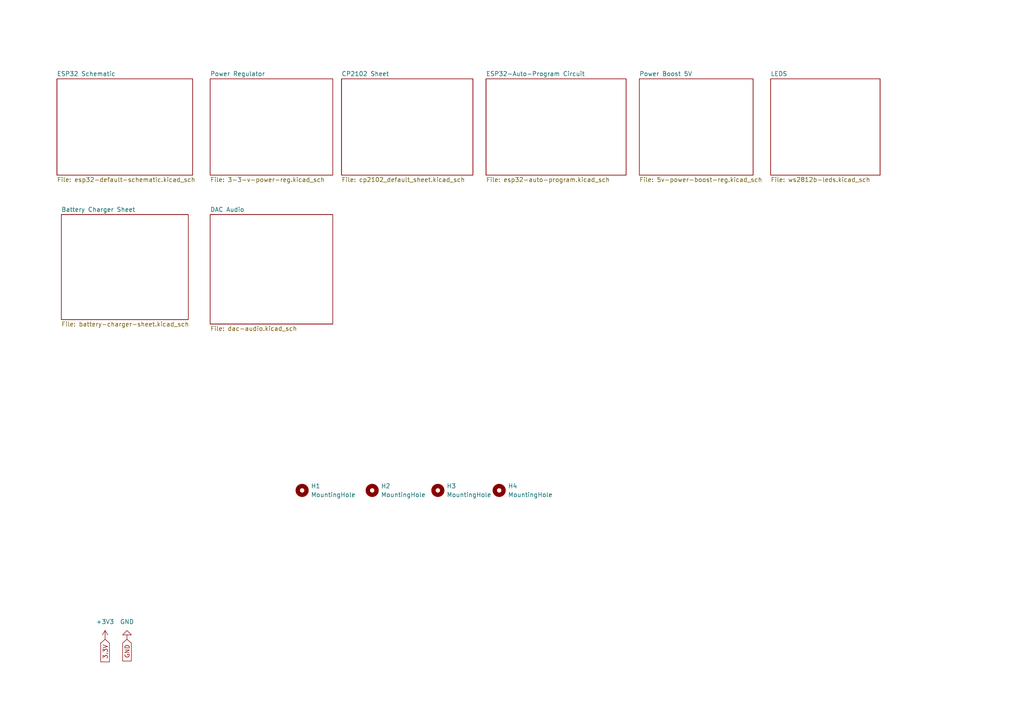
<source format=kicad_sch>
(kicad_sch (version 20211123) (generator eeschema)
  (paper "A4")
  (lib_symbols
    (symbol "Mechanical:MountingHole" (pin_names (offset 1.016))
      (property "Reference" "H" (at 0 5.08 0))
      (property "Value" "MountingHole" (at 0 3.175 0))
      (symbol "MountingHole_0_1"
        (circle (center 0 0) (radius 1.27) (stroke (width 1.27)))
      )
    )
    (symbol "power:+3.3V" (power) (pin_names (offset 0))
      (property "Value" "+3.3V" (at 0 3.556 0))
      (symbol "+3.3V_0_1"
        (polyline (pts (xy -0.762 1.27) (xy 0 2.54)))
        (polyline (pts (xy 0 0) (xy 0 2.54)))
        (polyline (pts (xy 0 2.54) (xy 0.762 1.27)))
      )
      (symbol "+3.3V_1_1"
        (pin power_in line (at 0 0 90) (length 0) hide (name "+3V3") (number "1"))
      )
    )
    (symbol "power:GND" (power) (pin_names (offset 0))
      (property "Value" "GND" (at 0 -3.81 0))
      (symbol "GND_0_1"
        (polyline (pts (xy 0 0) (xy 0 -1.27) (xy 1.27 -1.27) (xy 0 -2.54) (xy -1.27 -1.27) (xy 0 -1.27)))
      )
      (symbol "GND_1_1"
        (pin power_in line (at 0 0 270) (length 0) hide (name "GND") (number "1"))
      )
    )
  )
  (global_label "3.3V" (shape input) (at 30.48 185.42 270) (property "Intersheet References" "${INTERSHEET_REFS}" (effects hide)))
  (global_label "GND" (shape input) (at 36.83 185.42 270) (property "Intersheet References" "${INTERSHEET_REFS}" (effects hide)))
  (symbol (lib_id "Mechanical:MountingHole") (at 127 142.24 0) (unit 1)
    (property "Reference" "H3" (at 129.54 140.9699 0) (effects (justify left)))
    (property "Value" "MountingHole" (at 129.54 143.5099 0) (effects (justify left)))
    (property "Footprint" "MountingHole:MountingHole_2.2mm_M2_Pad_Via" (effects hide))
  )
  (symbol (lib_id "power:GND") (at 36.83 185.42 180) (unit 1)
    (property "Reference" "#PWR02" (effects hide))
    (property "Value" "GND" (at 36.83 180.34 0))
  )
  (symbol (lib_id "Mechanical:MountingHole") (at 87.63 142.24 0) (unit 1)
    (property "Reference" "H1" (at 90.17 140.9699 0) (effects (justify left)))
    (property "Value" "MountingHole" (at 90.17 143.5099 0) (effects (justify left)))
    (property "Footprint" "MountingHole:MountingHole_2.2mm_M2_Pad_Via" (effects hide))
  )
  (symbol (lib_id "power:+3.3V") (at 30.48 185.42 0) (unit 1)
    (property "Reference" "#PWR01" (effects hide))
    (property "Value" "+3.3V" (at 30.48 180.34 0))
  )
  (symbol (lib_id "Mechanical:MountingHole") (at 107.95 142.24 0) (unit 1)
    (property "Reference" "H2" (at 110.49 140.9699 0) (effects (justify left)))
    (property "Value" "MountingHole" (at 110.49 143.5099 0) (effects (justify left)))
    (property "Footprint" "MountingHole:MountingHole_2.2mm_M2_Pad_Via" (effects hide))
  )
  (symbol (lib_id "Mechanical:MountingHole") (at 144.78 142.24 0) (unit 1)
    (property "Reference" "H4" (at 147.32 140.9699 0) (effects (justify left)))
    (property "Value" "MountingHole" (at 147.32 143.5099 0) (effects (justify left)))
    (property "Footprint" "MountingHole:MountingHole_2.2mm_M2_Pad_Via" (effects hide))
  )
  (sheet (at 16.51 22.86) (size 39.37 27.94) (stroke (width 0.1524))
    (property "Sheet name" "ESP32 Schematic" (at 16.51 22.1484 0) (effects (justify left bottom)))
    (property "Sheet file" "esp32-default-schematic.kicad_sch" (at 16.51 51.3846 0) (effects (justify left top)))
  )
  (sheet (at 60.96 22.86) (size 35.56 27.94) (stroke (width 0.1524))
    (property "Sheet name" "Power Regulator" (at 60.96 22.1484 0) (effects (justify left bottom)))
    (property "Sheet file" "3-3-v-power-reg.kicad_sch" (at 60.96 51.3846 0) (effects (justify left top)))
  )
  (sheet (at 99.06 22.86) (size 38.1 27.94) (stroke (width 0.1524))
    (property "Sheet name" "CP2102 Sheet" (at 99.06 22.1484 0) (effects (justify left bottom)))
    (property "Sheet file" "cp2102_default_sheet.kicad_sch" (at 99.06 51.3846 0) (effects (justify left top)))
  )
  (sheet (at 17.78 62.23) (size 36.83 30.48) (stroke (width 0.1524))
    (property "Sheet name" "Battery Charger Sheet" (at 17.78 61.5184 0) (effects (justify left bottom)))
    (property "Sheet file" "battery-charger-sheet.kicad_sch" (at 17.78 93.2946 0) (effects (justify left top)))
  )
  (sheet (at 140.97 22.86) (size 40.64 27.94) (stroke (width 0.1524))
    (property "Sheet name" "ESP32-Auto-Program Circuit" (at 140.97 22.1484 0) (effects (justify left bottom)))
    (property "Sheet file" "esp32-auto-program.kicad_sch" (at 140.97 51.3846 0) (effects (justify left top)))
  )
  (sheet (at 60.96 62.23) (size 35.56 31.75) (stroke (width 0.1524))
    (property "Sheet name" "DAC Audio" (at 60.96 61.5184 0) (effects (justify left bottom)))
    (property "Sheet file" "dac-audio.kicad_sch" (at 60.96 94.5646 0) (effects (justify left top)))
  )
  (sheet (at 223.52 22.86) (size 31.75 27.94) (stroke (width 0.1524))
    (property "Sheet name" "LEDS" (at 223.52 22.1484 0) (effects (justify left bottom)))
    (property "Sheet file" "ws2812b-leds.kicad_sch" (at 223.52 51.3846 0) (effects (justify left top)))
  )
  (sheet (at 185.42 22.86) (size 33.02 27.94) (stroke (width 0.1524))
    (property "Sheet name" "Power Boost 5V" (at 185.42 22.1484 0) (effects (justify left bottom)))
    (property "Sheet file" "5v-power-boost-reg.kicad_sch" (at 185.42 51.3846 0) (effects (justify left top)))
  )
)
</source>
